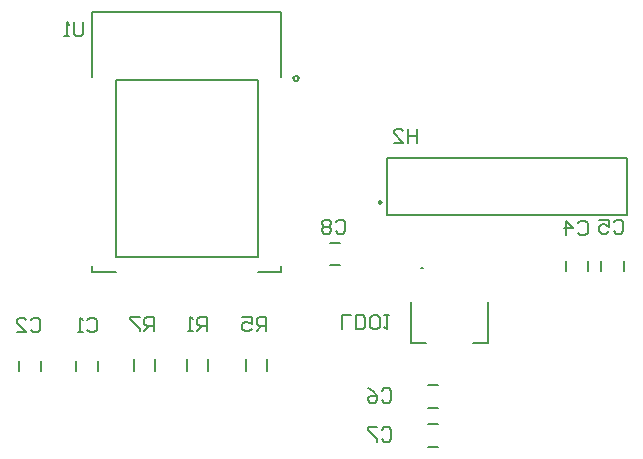
<source format=gbo>
G04*
G04 #@! TF.GenerationSoftware,Altium Limited,Altium Designer,20.1.12 (249)*
G04*
G04 Layer_Color=32896*
%FSLAX44Y44*%
%MOMM*%
G71*
G04*
G04 #@! TF.SameCoordinates,2C1882C9-CBDB-4859-8E7C-5A4850A28F2A*
G04*
G04*
G04 #@! TF.FilePolarity,Positive*
G04*
G01*
G75*
%ADD11C,0.2000*%
%ADD73C,0.2500*%
D11*
X277650Y337680D02*
X276400Y339845D01*
X273900D01*
X272650Y337680D01*
X273900Y335515D01*
X276400D01*
X277650Y337680D01*
X383000Y177000D02*
X381000D01*
X383000D01*
X352026Y221570D02*
X555226D01*
Y269870D01*
X352026D02*
X555226D01*
X352026Y221570D02*
Y269870D01*
X102650Y173930D02*
X122650D01*
X102650D02*
Y178930D01*
X242650Y173930D02*
X262650D01*
Y178930D01*
X102650Y338930D02*
Y393550D01*
X262650D01*
Y338930D02*
Y393550D01*
X242650Y186330D02*
Y336330D01*
X122650Y186330D02*
X242650D01*
X122650D02*
Y336330D01*
X242650D01*
X386800Y44500D02*
X395200D01*
X386800Y25500D02*
X395200D01*
X386800Y77500D02*
X395200D01*
X386800Y58500D02*
X395200D01*
X552500Y174800D02*
Y183200D01*
X533500Y174800D02*
Y183200D01*
X522500Y174800D02*
Y183200D01*
X503500Y174800D02*
Y183200D01*
X304010Y179500D02*
X312410D01*
X304010Y198500D02*
X312410D01*
X250800Y89700D02*
Y100300D01*
X233200Y89700D02*
Y100300D01*
X40500Y89800D02*
Y98200D01*
X59500Y89800D02*
Y98200D01*
X88500Y89800D02*
Y98200D01*
X107500Y89800D02*
Y98200D01*
X138200Y89700D02*
Y100300D01*
X155800Y89700D02*
Y100300D01*
X183200Y89700D02*
Y100300D01*
X200800Y89700D02*
Y100300D01*
X437500Y113500D02*
Y148500D01*
X425100Y113500D02*
X437500D01*
X372500D02*
Y148500D01*
Y113500D02*
X384900D01*
X94997Y384998D02*
Y375001D01*
X92998Y373002D01*
X88999D01*
X87000Y375001D01*
Y384998D01*
X83001Y373002D02*
X79003D01*
X81002D01*
Y384998D01*
X83001Y382999D01*
X249776Y123444D02*
Y135440D01*
X243778D01*
X241779Y133441D01*
Y129442D01*
X243778Y127443D01*
X249776D01*
X245777D02*
X241779Y123444D01*
X229782Y135440D02*
X237780D01*
Y129442D01*
X233781Y131441D01*
X231782D01*
X229782Y129442D01*
Y125443D01*
X231782Y123444D01*
X235781D01*
X237780Y125443D01*
X377997Y294998D02*
Y283002D01*
Y289000D01*
X369999D01*
Y294998D01*
Y283002D01*
X358003D02*
X366001D01*
X358003Y290999D01*
Y292999D01*
X360003Y294998D01*
X364001D01*
X366001Y292999D01*
X154780Y123444D02*
Y135440D01*
X148782D01*
X146783Y133441D01*
Y129442D01*
X148782Y127443D01*
X154780D01*
X150781D02*
X146783Y123444D01*
X142784Y135440D02*
X134786D01*
Y133441D01*
X142784Y125443D01*
Y123444D01*
X199738D02*
Y135440D01*
X193740D01*
X191741Y133441D01*
Y129442D01*
X193740Y127443D01*
X199738D01*
X195739D02*
X191741Y123444D01*
X187742D02*
X183743D01*
X185742D01*
Y135440D01*
X187742Y133441D01*
X314007Y125002D02*
Y136998D01*
X322004D01*
X326003Y125002D02*
Y136998D01*
X332001D01*
X334000Y134999D01*
Y127001D01*
X332001Y125002D01*
X326003D01*
X343997D02*
X339998D01*
X337999Y127001D01*
Y134999D01*
X339998Y136998D01*
X343997D01*
X345996Y134999D01*
Y127001D01*
X343997Y125002D01*
X349995Y136998D02*
X353993D01*
X351994D01*
Y125002D01*
X349995Y127001D01*
X308999Y215999D02*
X310999Y217998D01*
X314997D01*
X316997Y215999D01*
Y208001D01*
X314997Y206002D01*
X310999D01*
X308999Y208001D01*
X305001Y215999D02*
X303001Y217998D01*
X299003D01*
X297003Y215999D01*
Y213999D01*
X299003Y212000D01*
X297003Y210001D01*
Y208001D01*
X299003Y206002D01*
X303001D01*
X305001Y208001D01*
Y210001D01*
X303001Y212000D01*
X305001Y213999D01*
Y215999D01*
X303001Y212000D02*
X299003D01*
X347999Y39999D02*
X349999Y41998D01*
X353997D01*
X355997Y39999D01*
Y32001D01*
X353997Y30002D01*
X349999D01*
X347999Y32001D01*
X344001Y41998D02*
X336003D01*
Y39999D01*
X344001Y32001D01*
Y30002D01*
X347999Y72999D02*
X349999Y74998D01*
X353997D01*
X355997Y72999D01*
Y65001D01*
X353997Y63002D01*
X349999D01*
X347999Y65001D01*
X336003Y74998D02*
X340002Y72999D01*
X344001Y69000D01*
Y65001D01*
X342001Y63002D01*
X338003D01*
X336003Y65001D01*
Y67001D01*
X338003Y69000D01*
X344001D01*
X543999Y215999D02*
X545999Y217998D01*
X549997D01*
X551997Y215999D01*
Y208001D01*
X549997Y206002D01*
X545999D01*
X543999Y208001D01*
X532003Y217998D02*
X540001D01*
Y212000D01*
X536002Y213999D01*
X534003D01*
X532003Y212000D01*
Y208001D01*
X534003Y206002D01*
X538001D01*
X540001Y208001D01*
X513999Y214999D02*
X515999Y216998D01*
X519997D01*
X521997Y214999D01*
Y207001D01*
X519997Y205002D01*
X515999D01*
X513999Y207001D01*
X504003Y205002D02*
Y216998D01*
X510001Y211000D01*
X502003D01*
X50517Y132679D02*
X52516Y134678D01*
X56515D01*
X58514Y132679D01*
Y124681D01*
X56515Y122682D01*
X52516D01*
X50517Y124681D01*
X38520Y122682D02*
X46518D01*
X38520Y130679D01*
Y132679D01*
X40520Y134678D01*
X44518D01*
X46518Y132679D01*
X98523D02*
X100522Y134678D01*
X104521D01*
X106520Y132679D01*
Y124681D01*
X104521Y122682D01*
X100522D01*
X98523Y124681D01*
X94524Y122682D02*
X90525D01*
X92524D01*
Y134678D01*
X94524Y132679D01*
D73*
X346926Y233020D02*
X345051Y234103D01*
Y231938D01*
X346926Y233020D01*
M02*

</source>
